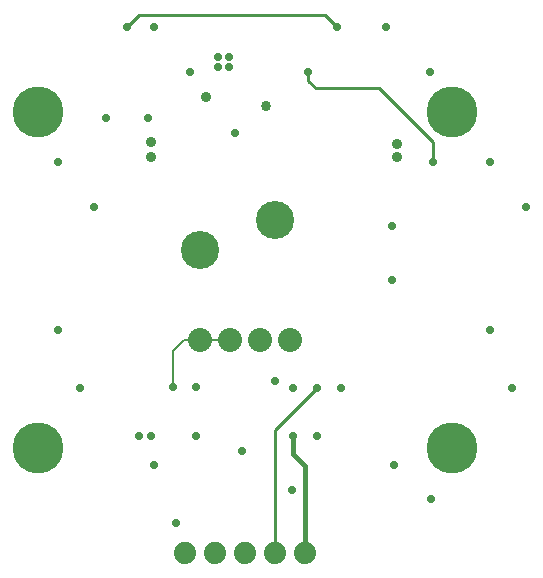
<source format=gbl>
G75*
%MOIN*%
%OFA0B0*%
%FSLAX25Y25*%
%IPPOS*%
%LPD*%
%AMOC8*
5,1,8,0,0,1.08239X$1,22.5*
%
%ADD10C,0.08000*%
%ADD11C,0.12700*%
%ADD12C,0.07400*%
%ADD13C,0.03369*%
%ADD14C,0.02778*%
%ADD15C,0.17000*%
%ADD16C,0.03565*%
%ADD17C,0.01600*%
%ADD18C,0.01000*%
%ADD19C,0.00600*%
D10*
X0088300Y0083300D03*
X0098300Y0083300D03*
X0108300Y0083300D03*
X0118300Y0083300D03*
D11*
X0088300Y0113300D03*
X0113300Y0123300D03*
D12*
X0113300Y0012300D03*
X0103300Y0012300D03*
X0093300Y0012300D03*
X0083300Y0012300D03*
X0123300Y0012300D03*
D13*
X0110300Y0161300D03*
D14*
X0099800Y0152300D03*
X0084800Y0172800D03*
X0094300Y0174300D03*
X0094300Y0177800D03*
X0097800Y0177800D03*
X0097800Y0174300D03*
X0072800Y0187800D03*
X0063800Y0187800D03*
X0056800Y0157300D03*
X0070800Y0157300D03*
X0040800Y0142800D03*
X0052800Y0127800D03*
X0040800Y0086800D03*
X0048300Y0067300D03*
X0067800Y0051300D03*
X0071800Y0051300D03*
X0072800Y0041800D03*
X0086800Y0051300D03*
X0102300Y0046300D03*
X0119300Y0051300D03*
X0127300Y0051300D03*
X0127300Y0067300D03*
X0119300Y0067300D03*
X0113300Y0069800D03*
X0135300Y0067300D03*
X0152800Y0041800D03*
X0165300Y0030300D03*
X0192300Y0067300D03*
X0184800Y0086800D03*
X0152300Y0103300D03*
X0152300Y0121300D03*
X0165800Y0142800D03*
X0184800Y0142800D03*
X0196800Y0127800D03*
X0164800Y0172800D03*
X0150300Y0187800D03*
X0133800Y0187800D03*
X0124300Y0172800D03*
X0086800Y0067800D03*
X0079300Y0067800D03*
X0118800Y0033300D03*
X0080300Y0022300D03*
D15*
X0034300Y0047300D03*
X0034300Y0159300D03*
X0172300Y0159300D03*
X0172300Y0047300D03*
D16*
X0153800Y0144300D03*
X0153800Y0148800D03*
X0090300Y0164300D03*
X0071800Y0149300D03*
X0071800Y0144300D03*
D17*
X0119300Y0051300D02*
X0119300Y0045300D01*
X0123300Y0041300D01*
X0123300Y0012300D01*
D18*
X0113300Y0012300D02*
X0113300Y0053300D01*
X0127300Y0067300D01*
X0165800Y0142800D02*
X0165800Y0149300D01*
X0147800Y0167300D01*
X0126800Y0167300D01*
X0124300Y0169800D01*
X0124300Y0172800D01*
X0124300Y0173300D01*
X0124300Y0172800D01*
X0133800Y0187800D02*
X0129800Y0191800D01*
X0067800Y0191800D01*
X0063800Y0187800D01*
D19*
X0082800Y0083300D02*
X0088300Y0083300D01*
X0098300Y0083300D01*
X0082800Y0083300D02*
X0079300Y0079800D01*
X0079300Y0067800D01*
M02*

</source>
